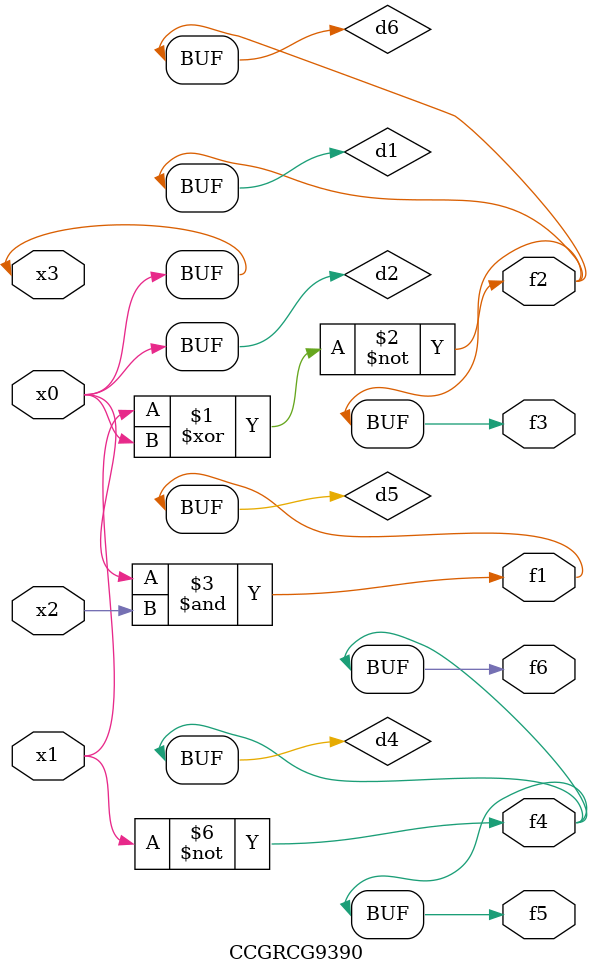
<source format=v>
module CCGRCG9390(
	input x0, x1, x2, x3,
	output f1, f2, f3, f4, f5, f6
);

	wire d1, d2, d3, d4, d5, d6;

	xnor (d1, x1, x3);
	buf (d2, x0, x3);
	nand (d3, x0, x2);
	not (d4, x1);
	nand (d5, d3);
	or (d6, d1);
	assign f1 = d5;
	assign f2 = d6;
	assign f3 = d6;
	assign f4 = d4;
	assign f5 = d4;
	assign f6 = d4;
endmodule

</source>
